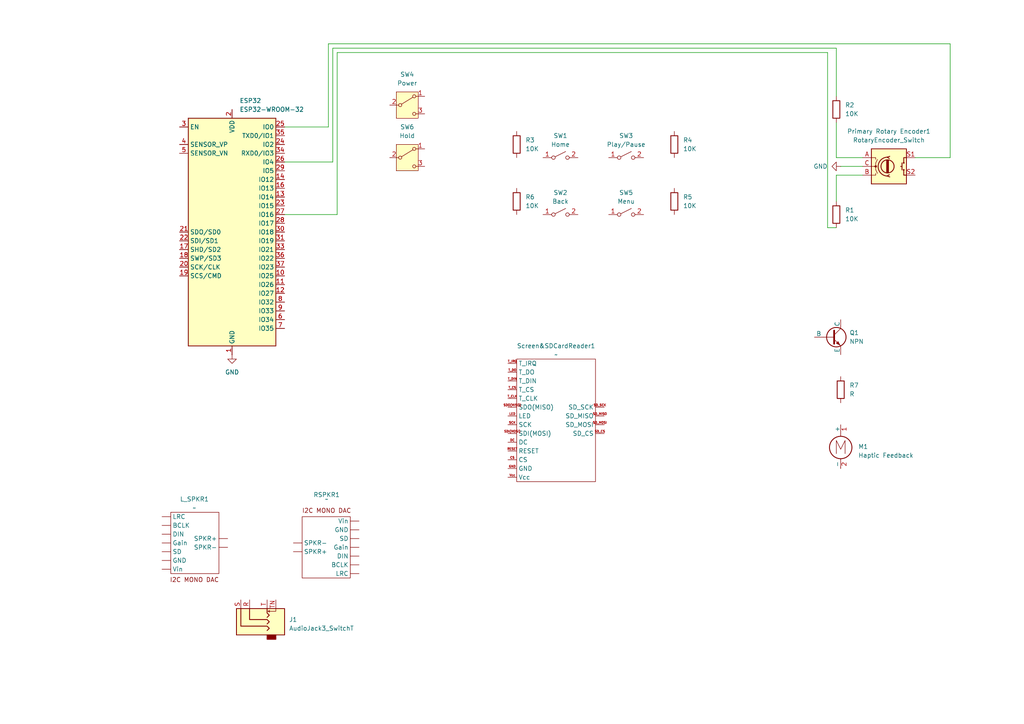
<source format=kicad_sch>
(kicad_sch (version 20231120) (generator "eeschema") (generator_version "8.0")
  (paper "A4")
  (lib_symbols
    (symbol "Connector_Audio:AudioJack3_SwitchT"
      (property "Reference" "J" (at 0 8.89 0))
      (property "Value" "AudioJack3_SwitchT" (at 0 6.35 0))
      (symbol "AudioJack3_SwitchT_0_1"
        (rectangle (start -5.08 -5.08) (end -6.35 -7.62) (stroke (width 0.254)) (fill (type outline)))
        (polyline (pts (xy 1.778 -5.334) (xy 2.032 -5.842)))
        (polyline (pts (xy 0 -5.08) (xy 0.635 -5.715) (xy 1.27 -5.08) (xy 2.54 -5.08)) (stroke (width 0.254)))
        (polyline (pts (xy 2.54 -7.62) (xy 1.778 -7.62) (xy 1.778 -5.334) (xy 1.524 -5.842)))
        (polyline (pts (xy -1.905 -5.08) (xy -1.27 -5.715) (xy -0.635 -5.08) (xy -0.635 0) (xy 2.54 0)) (stroke (width 0.254)))
        (polyline (pts (xy 2.54 2.54) (xy -2.54 2.54) (xy -2.54 -5.08) (xy -3.175 -5.715) (xy -3.81 -5.08)) (stroke (width 0.254)))
        (rectangle (start 2.54 3.81) (end -5.08 -10.16) (stroke (width 0.254)) (fill (type background)))
      )
      (symbol "AudioJack3_SwitchT_1_1"
        (pin passive line (at 5.08 0 180) (length 2.54) (name "~") (number "R"))
        (pin passive line (at 5.08 2.54 180) (length 2.54) (name "~") (number "S"))
        (pin passive line (at 5.08 -5.08 180) (length 2.54) (name "~") (number "T"))
        (pin passive line (at 5.08 -7.62 180) (length 2.54) (name "~") (number "TN"))
      )
    )
    (symbol "Device:R" (pin_numbers hide) (pin_names (offset 0))
      (property "Reference" "R" (at 2.032 0 90))
      (property "Value" "R" (at 0 0 90))
      (symbol "R_0_1"
        (rectangle (start -1.016 -2.54) (end 1.016 2.54) (stroke (width 0.254)))
      )
      (symbol "R_1_1"
        (pin passive line (at 0 3.81 270) (length 1.27) (name "~") (number "1"))
        (pin passive line (at 0 -3.81 90) (length 1.27) (name "~") (number "2"))
      )
    )
    (symbol "Device:RotaryEncoder_Switch" (pin_names (offset 0.254) hide)
      (property "Reference" "SW" (at 0 6.604 0))
      (property "Value" "RotaryEncoder_Switch" (at 0 -6.604 0))
      (symbol "RotaryEncoder_Switch_0_1"
        (rectangle (start -5.08 5.08) (end 5.08 -5.08) (stroke (width 0.254)) (fill (type background)))
        (circle (center -3.81 0) (radius 0.254) (fill (type outline)))
        (circle (center -0.381 0) (radius 1.905) (stroke (width 0.254)))
        (arc (start -0.381 2.667) (mid -3.0988 -0.0635) (end -0.381 -2.794) (stroke (width 0.254)))
        (polyline (pts (xy -0.635 -1.778) (xy -0.635 1.778)) (stroke (width 0.254)))
        (polyline (pts (xy -0.381 -1.778) (xy -0.381 1.778)) (stroke (width 0.254)))
        (polyline (pts (xy -0.127 1.778) (xy -0.127 -1.778)) (stroke (width 0.254)))
        (polyline (pts (xy 3.81 0) (xy 3.429 0)) (stroke (width 0.254)))
        (polyline (pts (xy 3.81 1.016) (xy 3.81 -1.016)) (stroke (width 0.254)))
        (polyline (pts (xy -5.08 -2.54) (xy -3.81 -2.54) (xy -3.81 -2.032)))
        (polyline (pts (xy -5.08 2.54) (xy -3.81 2.54) (xy -3.81 2.032)))
        (polyline (pts (xy 0.254 -3.048) (xy -0.508 -2.794) (xy 0.127 -2.413)) (stroke (width 0.254)))
        (polyline (pts (xy 0.254 2.921) (xy -0.508 2.667) (xy 0.127 2.286)) (stroke (width 0.254)))
        (polyline (pts (xy 5.08 -2.54) (xy 4.318 -2.54) (xy 4.318 -1.016)) (stroke (width 0.254)))
        (polyline (pts (xy 5.08 2.54) (xy 4.318 2.54) (xy 4.318 1.016)) (stroke (width 0.254)))
        (polyline (pts (xy -5.08 0) (xy -3.81 0) (xy -3.81 -1.016) (xy -3.302 -2.032)))
        (polyline (pts (xy -4.318 0) (xy -3.81 0) (xy -3.81 1.016) (xy -3.302 2.032)))
        (circle (center 4.318 -1.016) (radius 0.127) (stroke (width 0.254)))
        (circle (center 4.318 1.016) (radius 0.127) (stroke (width 0.254)))
      )
      (symbol "RotaryEncoder_Switch_1_1"
        (pin passive line (at -7.62 2.54 0) (length 2.54) (name "A") (number "A"))
        (pin passive line (at -7.62 -2.54 0) (length 2.54) (name "B") (number "B"))
        (pin passive line (at -7.62 0 0) (length 2.54) (name "C") (number "C"))
        (pin passive line (at 7.62 2.54 180) (length 2.54) (name "S1") (number "S1"))
        (pin passive line (at 7.62 -2.54 180) (length 2.54) (name "S2") (number "S2"))
      )
    )
    (symbol "MP3_Player_Custom_Parts:2.4'_TFT_SPI_ILI9341_WITH_SD_CARD"
      (property "Reference" "U" (at 10.16 -16.51 90))
      (symbol "2.4'_TFT_SPI_ILI9341_WITH_SD_CARD_0_1"
        (rectangle (start -11.43 -17.78) (end 11.43 17.78))
      )
      (symbol "2.4'_TFT_SPI_ILI9341_WITH_SD_CARD_1_1"
        (pin input line (at -13.97 -11.43 0) (length 2.54) (name "CS") (number "CS"))
        (pin input line (at -13.97 -6.35 0) (length 2.54) (name "DC") (number "DC"))
        (pin power_in line (at -13.97 -13.97 0) (length 2.54) (name "GND") (number "GND"))
        (pin input line (at -13.97 1.27 0) (length 2.54) (name "LED") (number "LED"))
        (pin input line (at -13.97 -8.89 0) (length 2.54) (name "RESET") (number "RESET"))
        (pin input line (at -13.97 -1.27 0) (length 2.54) (name "SCK") (number "SCK"))
        (pin input line (at -13.97 -3.81 0) (length 2.54) (name "SDI(MOSI)") (number "SDI(MOSI)"))
        (pin output line (at -13.97 3.81 0) (length 2.54) (name "SDO(MISO)") (number "SDO(MISO)"))
        (pin input line (at 13.97 -3.81 180) (length 2.54) (name "SD_CS") (number "SD_CS"))
        (pin output line (at 13.97 1.27 180) (length 2.54) (name "SD_MISO") (number "SD_MISO"))
        (pin input line (at 13.97 -1.27 180) (length 2.54) (name "SD_MOSI") (number "SD_MOSI"))
        (pin input line (at 13.97 3.81 180) (length 2.54) (name "SD_SCK") (number "SD_SCK"))
        (pin input line (at -13.97 6.35 0) (length 2.54) (name "T_CLK") (number "T_CLK"))
        (pin input line (at -13.97 8.89 0) (length 2.54) (name "T_CS") (number "T_CS"))
        (pin input line (at -13.97 11.43 0) (length 2.54) (name "T_DIN") (number "T_DIN"))
        (pin output line (at -13.97 13.97 0) (length 2.54) (name "T_DO") (number "T_DO"))
        (pin input line (at -13.97 16.51 0) (length 2.54) (name "T_IRQ") (number "T_IRQ"))
        (pin power_in line (at -13.97 -16.51 0) (length 2.54) (name "Vcc") (number "Vcc"))
      )
    )
    (symbol "MP3_Player_Custom_Parts:Adafruit_MAX98357"
      (property "Reference" "U" (at 0.254 10.16 0))
      (symbol "Adafruit_MAX98357_0_1"
        (rectangle (start -6.35 8.89) (end 7.62 -8.89))
      )
      (symbol "Adafruit_MAX98357_1_1"
        (text "I2C MONO DAC\n" (at 0.508 -10.668 0) (effects (font (size 1.27 1.27))))
        (pin input line (at -8.89 5.08 0) (length 2.54) (name "BCLK") (number ""))
        (pin input line (at -8.89 2.54 0) (length 2.54) (name "DIN") (number ""))
        (pin power_in line (at -8.89 -5.08 0) (length 2.54) (name "GND") (number ""))
        (pin input line (at -8.89 0 0) (length 2.54) (name "Gain") (number ""))
        (pin input line (at -8.89 7.62 0) (length 2.54) (name "LRC") (number ""))
        (pin input line (at -8.89 -2.54 0) (length 2.54) (name "SD") (number ""))
        (pin output line (at 10.16 1.27 180) (length 2.54) (name "SPKR+") (number ""))
        (pin output line (at 10.16 -1.27 180) (length 2.54) (name "SPKR-") (number ""))
        (pin power_in line (at -8.89 -7.62 0) (length 2.54) (name "Vin") (number ""))
      )
    )
    (symbol "Motor:Motor_DC" (pin_names (offset 0))
      (property "Reference" "M" (at 2.54 2.54 0))
      (property "Value" "Motor_DC" (at 2.54 -5.08 0))
      (symbol "Motor_DC_0_0"
        (polyline (pts (xy -1.27 -3.302) (xy -1.27 0.508) (xy 0 -2.032) (xy 1.27 0.508) (xy 1.27 -3.302)))
      )
      (symbol "Motor_DC_0_1"
        (circle (center 0 -1.524) (radius 3.2512) (stroke (width 0.254)))
        (polyline (pts (xy 0 -7.62) (xy 0 -7.112)))
        (polyline (pts (xy 0 -4.7752) (xy 0 -5.1816)))
        (polyline (pts (xy 0 1.7272) (xy 0 2.0828)))
        (polyline (pts (xy 0 2.032) (xy 0 2.54)))
      )
      (symbol "Motor_DC_1_1"
        (pin passive line (at 0 5.08 270) (length 2.54) (name "+") (number "1"))
        (pin passive line (at 0 -7.62 90) (length 2.54) (name "-") (number "2"))
      )
    )
    (symbol "RF_Module:ESP32-WROOM-32"
      (property "Reference" "U" (at -12.7 34.29 0))
      (property "Value" "ESP32-WROOM-32" (at 1.27 34.29 0))
      (symbol "ESP32-WROOM-32_0_1"
        (rectangle (start -12.7 33.02) (end 12.7 -33.02) (stroke (width 0.254)) (fill (type background)))
      )
      (symbol "ESP32-WROOM-32_1_1"
        (pin power_in line (at 0 -35.56 90) (length 2.54) (name "GND") (number "1"))
        (pin bidirectional line (at 15.24 -12.7 180) (length 2.54) (name "IO25") (number "10"))
        (pin bidirectional line (at 15.24 -15.24 180) (length 2.54) (name "IO26") (number "11"))
        (pin bidirectional line (at 15.24 -17.78 180) (length 2.54) (name "IO27") (number "12"))
        (pin bidirectional line (at 15.24 10.16 180) (length 2.54) (name "IO14") (number "13"))
        (pin bidirectional line (at 15.24 15.24 180) (length 2.54) (name "IO12") (number "14"))
        (pin passive line (at 0 -35.56 90) (length 2.54) hide (name "GND") (number "15"))
        (pin bidirectional line (at 15.24 12.7 180) (length 2.54) (name "IO13") (number "16"))
        (pin bidirectional line (at -15.24 -5.08 0) (length 2.54) (name "SHD/SD2") (number "17"))
        (pin bidirectional line (at -15.24 -7.62 0) (length 2.54) (name "SWP/SD3") (number "18"))
        (pin bidirectional line (at -15.24 -12.7 0) (length 2.54) (name "SCS/CMD") (number "19"))
        (pin power_in line (at 0 35.56 270) (length 2.54) (name "VDD") (number "2"))
        (pin bidirectional line (at -15.24 -10.16 0) (length 2.54) (name "SCK/CLK") (number "20"))
        (pin bidirectional line (at -15.24 0 0) (length 2.54) (name "SDO/SD0") (number "21"))
        (pin bidirectional line (at -15.24 -2.54 0) (length 2.54) (name "SDI/SD1") (number "22"))
        (pin bidirectional line (at 15.24 7.62 180) (length 2.54) (name "IO15") (number "23"))
        (pin bidirectional line (at 15.24 25.4 180) (length 2.54) (name "IO2") (number "24"))
        (pin bidirectional line (at 15.24 30.48 180) (length 2.54) (name "IO0") (number "25"))
        (pin bidirectional line (at 15.24 20.32 180) (length 2.54) (name "IO4") (number "26"))
        (pin bidirectional line (at 15.24 5.08 180) (length 2.54) (name "IO16") (number "27"))
        (pin bidirectional line (at 15.24 2.54 180) (length 2.54) (name "IO17") (number "28"))
        (pin bidirectional line (at 15.24 17.78 180) (length 2.54) (name "IO5") (number "29"))
        (pin input line (at -15.24 30.48 0) (length 2.54) (name "EN") (number "3"))
        (pin bidirectional line (at 15.24 0 180) (length 2.54) (name "IO18") (number "30"))
        (pin bidirectional line (at 15.24 -2.54 180) (length 2.54) (name "IO19") (number "31"))
        (pin no_connect line (at -12.7 -27.94 0) (length 2.54) hide (name "NC") (number "32"))
        (pin bidirectional line (at 15.24 -5.08 180) (length 2.54) (name "IO21") (number "33"))
        (pin bidirectional line (at 15.24 22.86 180) (length 2.54) (name "RXD0/IO3") (number "34"))
        (pin bidirectional line (at 15.24 27.94 180) (length 2.54) (name "TXD0/IO1") (number "35"))
        (pin bidirectional line (at 15.24 -7.62 180) (length 2.54) (name "IO22") (number "36"))
        (pin bidirectional line (at 15.24 -10.16 180) (length 2.54) (name "IO23") (number "37"))
        (pin passive line (at 0 -35.56 90) (length 2.54) hide (name "GND") (number "38"))
        (pin passive line (at 0 -35.56 90) (length 2.54) hide (name "GND") (number "39"))
        (pin input line (at -15.24 25.4 0) (length 2.54) (name "SENSOR_VP") (number "4"))
        (pin input line (at -15.24 22.86 0) (length 2.54) (name "SENSOR_VN") (number "5"))
        (pin input line (at 15.24 -25.4 180) (length 2.54) (name "IO34") (number "6"))
        (pin input line (at 15.24 -27.94 180) (length 2.54) (name "IO35") (number "7"))
        (pin bidirectional line (at 15.24 -20.32 180) (length 2.54) (name "IO32") (number "8"))
        (pin bidirectional line (at 15.24 -22.86 180) (length 2.54) (name "IO33") (number "9"))
      )
    )
    (symbol "Simulation_SPICE:NPN" (pin_numbers hide) (pin_names (offset 0))
      (property "Reference" "Q" (at -2.54 7.62 0))
      (property "Value" "NPN" (at -2.54 5.08 0))
      (symbol "NPN_0_1"
        (polyline (pts (xy -2.54 0) (xy 0.635 0)) (stroke (width 0.1524)))
        (polyline (pts (xy 0.635 0.635) (xy 2.54 2.54)))
        (polyline (pts (xy 2.794 -1.27) (xy 2.794 -1.27)) (stroke (width 0.1524)))
        (polyline (pts (xy 2.794 -1.27) (xy 2.794 -1.27)) (stroke (width 0.1524)))
        (polyline (pts (xy 0.635 -0.635) (xy 2.54 -2.54) (xy 2.54 -2.54)))
        (polyline (pts (xy 0.635 1.905) (xy 0.635 -1.905) (xy 0.635 -1.905)) (stroke (width 0.508)))
        (polyline (pts (xy 1.27 -1.778) (xy 1.778 -1.27) (xy 2.286 -2.286) (xy 1.27 -1.778) (xy 1.27 -1.778)) (fill (type outline)))
        (circle (center 1.27 0) (radius 2.8194) (stroke (width 0.254)))
      )
      (symbol "NPN_1_1"
        (pin open_collector line (at 2.54 5.08 270) (length 2.54) (name "C") (number "1"))
        (pin input line (at -5.08 0 0) (length 2.54) (name "B") (number "2"))
        (pin open_emitter line (at 2.54 -5.08 90) (length 2.54) (name "E") (number "3"))
      )
    )
    (symbol "Switch:SW_SPDT" (pin_names (offset 0) hide)
      (property "Reference" "SW" (at 0 5.08 0))
      (property "Value" "SW_SPDT" (at 0 -5.08 0))
      (symbol "SW_SPDT_0_1"
        (circle (center -2.032 0) (radius 0.4572))
        (polyline (pts (xy -1.651 0.254) (xy 1.651 2.286)))
        (circle (center 2.032 -2.54) (radius 0.4572))
        (circle (center 2.032 2.54) (radius 0.4572))
      )
      (symbol "SW_SPDT_1_1"
        (rectangle (start -3.175 3.81) (end 3.175 -3.81) (fill (type background)))
        (pin passive line (at 5.08 2.54 180) (length 2.54) (name "A") (number "1"))
        (pin passive line (at -5.08 0 0) (length 2.54) (name "B") (number "2"))
        (pin passive line (at 5.08 -2.54 180) (length 2.54) (name "C") (number "3"))
      )
    )
    (symbol "Switch:SW_SPST" (pin_names (offset 0) hide)
      (property "Reference" "SW" (at 0 3.175 0))
      (property "Value" "SW_SPST" (at 0 -2.54 0))
      (symbol "SW_SPST_0_0"
        (circle (center -2.032 0) (radius 0.508))
        (polyline (pts (xy -1.524 0.254) (xy 1.524 1.778)))
        (circle (center 2.032 0) (radius 0.508))
      )
      (symbol "SW_SPST_1_1"
        (pin passive line (at -5.08 0 0) (length 2.54) (name "A") (number "1"))
        (pin passive line (at 5.08 0 180) (length 2.54) (name "B") (number "2"))
      )
    )
    (symbol "power:GND" (power) (pin_numbers hide) (pin_names (offset 0) hide)
      (property "Value" "GND" (at 0 -3.81 0))
      (symbol "GND_0_1"
        (polyline (pts (xy 0 0) (xy 0 -1.27) (xy 1.27 -1.27) (xy 0 -2.54) (xy -1.27 -1.27) (xy 0 -1.27)))
      )
      (symbol "GND_1_1"
        (pin power_in line (at 0 0 270) (length 0) (name "~") (number "1"))
      )
    )
  )
  (wire (pts (xy 242.57 27.94) (xy 242.57 13.97)))
  (wire (pts (xy 275.59 12.7) (xy 275.59 45.72)))
  (wire (pts (xy 95.25 36.83) (xy 95.25 12.7)))
  (wire (pts (xy 95.25 12.7) (xy 275.59 12.7)))
  (wire (pts (xy 82.55 46.99) (xy 96.52 46.99)))
  (wire (pts (xy 250.19 50.8) (xy 242.57 50.8)))
  (wire (pts (xy 82.55 62.23) (xy 97.79 62.23)))
  (wire (pts (xy 240.03 15.24) (xy 240.03 66.04)))
  (wire (pts (xy 97.79 15.24) (xy 240.03 15.24)))
  (wire (pts (xy 242.57 13.97) (xy 96.52 13.97)))
  (wire (pts (xy 275.59 45.72) (xy 265.43 45.72)))
  (wire (pts (xy 250.19 45.72) (xy 242.57 45.72)))
  (wire (pts (xy 243.84 48.26) (xy 250.19 48.26)))
  (wire (pts (xy 96.52 13.97) (xy 96.52 46.99)))
  (wire (pts (xy 97.79 62.23) (xy 97.79 15.24)))
  (wire (pts (xy 82.55 36.83) (xy 95.25 36.83)))
  (wire (pts (xy 242.57 45.72) (xy 242.57 35.56)))
  (wire (pts (xy 242.57 50.8) (xy 242.57 58.42)))
  (wire (pts (xy 240.03 66.04) (xy 242.57 66.04)))
  (symbol (lib_id "Device:R") (at 242.57 31.75 0) (unit 1)
    (property "Reference" "R2" (at 245.11 30.4799 0) (effects (justify left)))
    (property "Value" "10K" (at 245.11 33.0199 0) (effects (justify left)))
    (property "Footprint" "Resistor_THT:R_Axial_DIN0204_L3.6mm_D1.6mm_P7.62mm_Horizontal" (effects (hide yes)))
    (property "Description" "Resistor" (effects (hide yes)))
  )
  (symbol (lib_id "power:GND") (at 243.84 48.26 270) (unit 1)
    (property "Reference" "#PWR01" (effects (hide yes)))
    (property "Value" "GND" (at 240.03 48.2599 90) (effects (justify right)))
    (property "Description" "Power symbol creates a global label with name \"GND\" , ground" (effects (hide yes)))
  )
  (symbol (lib_id "Device:R") (at 195.58 41.91 0) (unit 1)
    (property "Reference" "R4" (at 198.12 40.6399 0) (effects (justify left)))
    (property "Value" "10K" (at 198.12 43.1799 0) (effects (justify left)))
    (property "Footprint" "Resistor_THT:R_Axial_DIN0204_L3.6mm_D1.6mm_P7.62mm_Horizontal" (effects (hide yes)))
    (property "Description" "Resistor" (effects (hide yes)))
  )
  (symbol (lib_id "Motor:Motor_DC") (at 243.84 128.27 0) (unit 1)
    (property "Reference" "M1" (at 248.92 129.5399 0) (effects (justify left)))
    (property "Value" "Haptic Feedback" (at 248.92 132.0799 0) (effects (justify left)))
    (property "Footprint" "TerminalBlock_RND:TerminalBlock_RND_205-00001_1x02_P5.00mm_Horizontal" (effects (hide yes)))
    (property "Description" "DC Motor" (effects (hide yes)))
  )
  (symbol (lib_id "MP3_Player_Custom_Parts:Adafruit_MAX98357") (at 55.88 157.48 0) (unit 1)
    (property "Reference" "L_SPKR1" (at 56.388 144.78 0))
    (property "Value" "~" (at 56.388 147.32 0))
    (property "Footprint" "MP3_Player_Custom_Footprints:MAX98357 I2C Audio Driver" (effects (hide yes)))
  )
  (symbol (lib_id "MP3_Player_Custom_Parts:2.4'_TFT_SPI_ILI9341_WITH_SD_CARD") (at 161.29 121.92 0) (unit 1)
    (property "Reference" "Screen&SDCardReader1" (at 161.29 100.33 0))
    (property "Value" "~" (at 161.29 102.87 0))
    (property "Footprint" "MP3_Player_Custom_Footprints:2.4'_TFT_SPI_ILI9341_WITH_SD_CARD" (effects (hide yes)))
  )
  (symbol (lib_id "Switch:SW_SPST") (at 162.56 45.72 0) (unit 1)
    (property "Reference" "SW1" (at 162.56 39.37 0))
    (property "Value" "Home" (at 162.56 41.91 0))
    (property "Footprint" "keyswitches:Kailh_socket_PG1350" (effects (hide yes)))
    (property "Description" "Single Pole Single Throw (SPST) switch" (effects (hide yes)))
  )
  (symbol (lib_id "Switch:SW_SPST") (at 162.56 62.23 0) (unit 1)
    (property "Reference" "SW2" (at 162.56 55.88 0))
    (property "Value" "Back" (at 162.56 58.42 0))
    (property "Footprint" "keyswitches:Kailh_socket_PG1350" (effects (hide yes)))
    (property "Description" "Single Pole Single Throw (SPST) switch" (effects (hide yes)))
  )
  (symbol (lib_id "Device:RotaryEncoder_Switch") (at 257.81 48.26 0) (unit 1)
    (property "Reference" "Primary Rotary Encoder1" (at 257.81 38.1 0))
    (property "Value" "RotaryEncoder_Switch" (at 257.81 40.64 0))
    (property "Footprint" "Rotary_Encoder:RotaryEncoder_Alps_EC11E-Switch_Vertical_H20mm" (effects (hide yes)))
    (property "Description" "Rotary encoder, dual channel, incremental quadrate outputs, with switch" (effects (hide yes)))
  )
  (symbol (lib_id "Switch:SW_SPDT") (at 118.11 45.72 0) (unit 1)
    (property "Reference" "SW6" (at 118.11 36.83 0))
    (property "Value" "Hold" (at 118.11 39.37 0))
    (property "Footprint" "Button_Switch_THT:SW_Slide_SPDT_Angled_CK_OS102011MA1Q" (effects (hide yes)))
    (property "Description" "Switch, single pole double throw" (effects (hide yes)))
  )
  (symbol (lib_id "power:GND") (at 67.31 102.87 0) (unit 1)
    (property "Reference" "#PWR02" (effects (hide yes)))
    (property "Value" "GND" (at 67.31 107.95 0))
    (property "Description" "Power symbol creates a global label with name \"GND\" , ground" (effects (hide yes)))
  )
  (symbol (lib_id "Device:R") (at 242.57 62.23 0) (unit 1)
    (property "Reference" "R1" (at 245.11 60.9599 0) (effects (justify left)))
    (property "Value" "10K" (at 245.11 63.4999 0) (effects (justify left)))
    (property "Footprint" "Resistor_THT:R_Axial_DIN0204_L3.6mm_D1.6mm_P7.62mm_Horizontal" (effects (hide yes)))
    (property "Description" "Resistor" (effects (hide yes)))
  )
  (symbol (lib_id "Switch:SW_SPST") (at 181.61 62.23 0) (unit 1)
    (property "Reference" "SW5" (at 181.61 55.88 0))
    (property "Value" "Menu" (at 181.61 58.42 0))
    (property "Footprint" "keyswitches:Kailh_socket_PG1350" (effects (hide yes)))
    (property "Description" "Single Pole Single Throw (SPST) switch" (effects (hide yes)))
  )
  (symbol (lib_id "Switch:SW_SPST") (at 181.61 45.72 0) (unit 1)
    (property "Reference" "SW3" (at 181.61 39.37 0))
    (property "Value" "Play/Pause" (at 181.61 41.91 0))
    (property "Footprint" "keyswitches:Kailh_socket_PG1350" (effects (hide yes)))
    (property "Description" "Single Pole Single Throw (SPST) switch" (effects (hide yes)))
  )
  (symbol (lib_id "Device:R") (at 149.86 41.91 0) (unit 1)
    (property "Reference" "R3" (at 152.4 40.6399 0) (effects (justify left)))
    (property "Value" "10K" (at 152.4 43.1799 0) (effects (justify left)))
    (property "Footprint" "Resistor_THT:R_Axial_DIN0204_L3.6mm_D1.6mm_P7.62mm_Horizontal" (effects (hide yes)))
    (property "Description" "Resistor" (effects (hide yes)))
  )
  (symbol (lib_id "RF_Module:ESP32-WROOM-32") (at 67.31 67.31 0) (unit 1)
    (property "Reference" "ESP32" (at 69.5041 29.21 0) (effects (justify left)))
    (property "Value" "ESP32-WROOM-32" (at 69.5041 31.75 0) (effects (justify left)))
    (property "Footprint" "MP3_Player_Custom_Footprints:Wemos Lolin32 Lite v1.0.0" (effects (hide yes)))
    (property "Datasheet" "https://www.espressif.com/sites/default/files/documentation/esp32-wroom-32_datasheet_en.pdf" (effects (hide yes)))
    (property "Description" "RF Module, ESP32-D0WDQ6 SoC, Wi-Fi 802.11b/g/n, Bluetooth, BLE, 32-bit, 2.7-3.6V, onboard antenna, SMD" (effects (hide yes)))
  )
  (symbol (lib_id "Simulation_SPICE:NPN") (at 241.3 97.79 0) (unit 1)
    (property "Reference" "Q1" (at 246.38 96.5199 0) (effects (justify left)))
    (property "Value" "NPN" (at 246.38 99.0599 0) (effects (justify left)))
    (property "Footprint" "Package_TO_SOT_THT:TO-92L_Inline" (effects (hide yes)))
    (property "Datasheet" "https://ngspice.sourceforge.io/docs/ngspice-html-manual/manual.xhtml#cha_BJTs" (effects (hide yes)))
    (property "Description" "Bipolar transistor symbol for simulation only, substrate tied to the emitter" (effects (hide yes)))
    (property "Sim.Device" "NPN" (effects (hide yes)))
    (property "Sim.Type" "GUMMELPOON" (effects (hide yes)))
    (property "Sim.Pins" "1=C 2=B 3=E" (effects (hide yes)))
  )
  (symbol (lib_id "Device:R") (at 243.84 113.03 0) (unit 1)
    (property "Reference" "R7" (at 246.38 111.7599 0) (effects (justify left)))
    (property "Value" "R" (at 246.38 114.2999 0) (effects (justify left)))
    (property "Footprint" "Resistor_THT:R_Axial_DIN0204_L3.6mm_D1.6mm_P7.62mm_Horizontal" (effects (hide yes)))
    (property "Description" "Resistor" (effects (hide yes)))
  )
  (symbol (lib_id "Device:R") (at 195.58 58.42 0) (unit 1)
    (property "Reference" "R5" (at 198.12 57.1499 0) (effects (justify left)))
    (property "Value" "10K" (at 198.12 59.6899 0) (effects (justify left)))
    (property "Footprint" "Resistor_THT:R_Axial_DIN0204_L3.6mm_D1.6mm_P7.62mm_Horizontal" (effects (hide yes)))
    (property "Description" "Resistor" (effects (hide yes)))
  )
  (symbol (lib_id "Device:R") (at 149.86 58.42 0) (unit 1)
    (property "Reference" "R6" (at 152.4 57.1499 0) (effects (justify left)))
    (property "Value" "10K" (at 152.4 59.6899 0) (effects (justify left)))
    (property "Footprint" "Resistor_THT:R_Axial_DIN0204_L3.6mm_D1.6mm_P7.62mm_Horizontal" (effects (hide yes)))
    (property "Description" "Resistor" (effects (hide yes)))
  )
  (symbol (lib_id "Switch:SW_SPDT") (at 118.11 30.48 0) (unit 1)
    (property "Reference" "SW4" (at 118.11 21.59 0))
    (property "Value" "Power" (at 118.11 24.13 0))
    (property "Footprint" "Button_Switch_THT:SW_Slide_SPDT_Angled_CK_OS102011MA1Q" (effects (hide yes)))
    (property "Description" "Switch, single pole double throw" (effects (hide yes)))
  )
  (symbol (lib_id "Connector_Audio:AudioJack3_SwitchT") (at 72.39 179.07 90) (unit 1)
    (property "Reference" "J1" (at 83.82 179.7049 90) (effects (justify right)))
    (property "Value" "AudioJack3_SwitchT" (at 83.82 182.2449 90) (effects (justify right)))
    (property "Footprint" "Connector_Audio:Jack_3.5mm_CUI_SJ1-3524N_Horizontal" (effects (hide yes)))
    (property "Description" "Audio Jack, 3 Poles (Stereo / TRS), Switched T Pole (Normalling)" (effects (hide yes)))
  )
  (symbol (lib_id "MP3_Player_Custom_Parts:Adafruit_MAX98357") (at 95.25 158.75 180) (unit 1)
    (property "Reference" "RSPKR1" (at 94.742 143.51 0))
    (property "Value" "~" (at 94.742 144.78 0))
    (property "Footprint" "MP3_Player_Custom_Footprints:MAX98357 I2C Audio Driver" (effects (hide yes)))
  )
)
</source>
